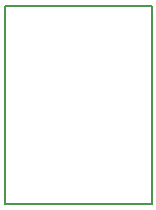
<source format=gbr>
G04 #@! TF.FileFunction,Profile,NP*
%FSLAX46Y46*%
G04 Gerber Fmt 4.6, Leading zero omitted, Abs format (unit mm)*
G04 Created by KiCad (PCBNEW 4.0.7) date 07/03/18 10:48:42*
%MOMM*%
%LPD*%
G01*
G04 APERTURE LIST*
%ADD10C,0.100000*%
%ADD11C,0.150000*%
G04 APERTURE END LIST*
D10*
D11*
X145288000Y-116840000D02*
X145288000Y-116078000D01*
X157734000Y-116840000D02*
X145288000Y-116840000D01*
X157734000Y-116078000D02*
X157734000Y-116840000D01*
X157734000Y-100076000D02*
X157734000Y-100838000D01*
X145288000Y-100076000D02*
X157734000Y-100076000D01*
X145288000Y-100838000D02*
X145288000Y-100076000D01*
X157734000Y-116078000D02*
X157734000Y-100838000D01*
X145288000Y-100838000D02*
X145288000Y-116078000D01*
M02*

</source>
